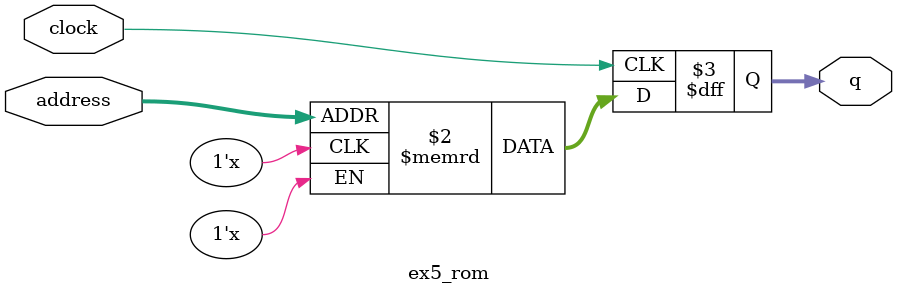
<source format=sv>
module ex5_rom (
	input logic clock,
	input logic [9:0] address,
	output logic [3:0] q
);

logic [3:0] memory [0:1023] /* synthesis ram_init_file = "./ex5/ex5.mif" */;

always_ff @ (posedge clock) begin
	q <= memory[address];
end

endmodule

</source>
